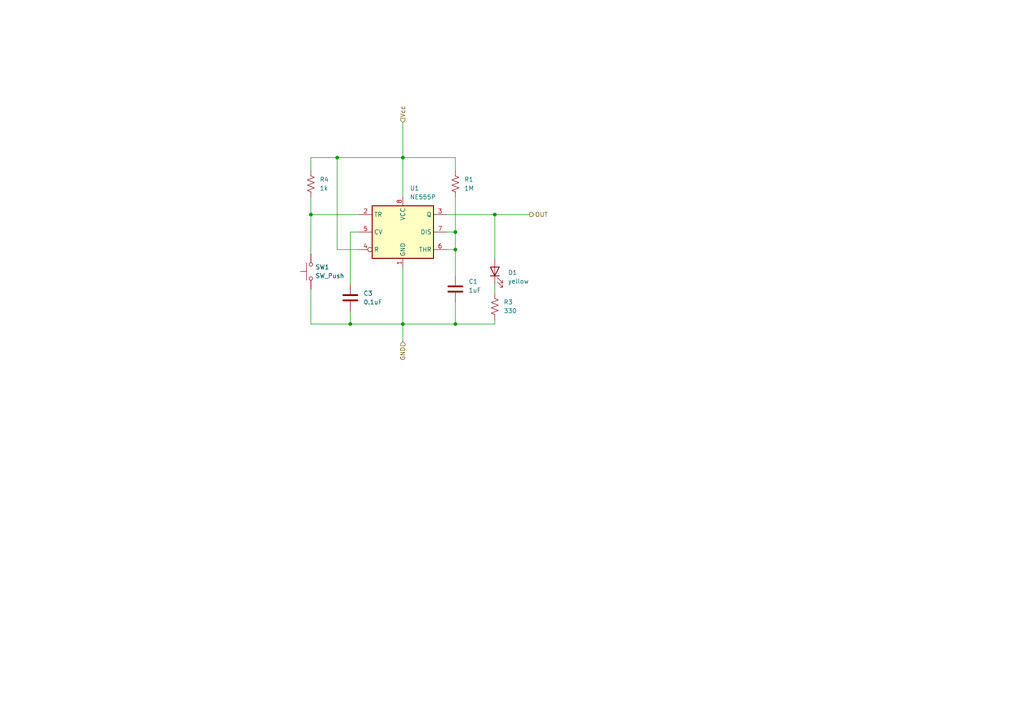
<source format=kicad_sch>
(kicad_sch (version 20230121) (generator eeschema)
  (paper "A4")
  (title_block (title "Manual clock pulse generation") (date "2023-01-29"))
  (lib_symbols
    (symbol "Device:C" (pin_numbers hide) (pin_names (offset 0.254))
      (property "Reference" "C" (at 0.635 2.54 0))
      (property "Value" "C" (at 0.635 -2.54 0))
      (symbol "C_0_1"
        (polyline (pts (xy -2.032 -0.762) (xy 2.032 -0.762)) (stroke (width 0.508)))
        (polyline (pts (xy -2.032 0.762) (xy 2.032 0.762)) (stroke (width 0.508)))
      )
      (symbol "C_1_1"
        (pin passive line (at 0 3.81 270) (length 2.794) (name "~") (number "1"))
        (pin passive line (at 0 -3.81 90) (length 2.794) (name "~") (number "2"))
      )
    )
    (symbol "Device:LED" (pin_numbers hide) (pin_names (offset 1.016) hide)
      (property "Reference" "D" (at 0 2.54 0))
      (property "Value" "LED" (at 0 -2.54 0))
      (symbol "LED_0_1"
        (polyline (pts (xy -1.27 -1.27) (xy -1.27 1.27)) (stroke (width 0.254)))
        (polyline (pts (xy -1.27 0) (xy 1.27 0)))
        (polyline (pts (xy 1.27 -1.27) (xy 1.27 1.27) (xy -1.27 0) (xy 1.27 -1.27)) (stroke (width 0.254)))
        (polyline (pts (xy -3.048 -0.762) (xy -4.572 -2.286) (xy -3.81 -2.286) (xy -4.572 -2.286) (xy -4.572 -1.524)))
        (polyline (pts (xy -1.778 -0.762) (xy -3.302 -2.286) (xy -2.54 -2.286) (xy -3.302 -2.286) (xy -3.302 -1.524)))
      )
      (symbol "LED_1_1"
        (pin passive line (at -3.81 0 0) (length 2.54) (name "K") (number "1"))
        (pin passive line (at 3.81 0 180) (length 2.54) (name "A") (number "2"))
      )
    )
    (symbol "Device:R_US" (pin_numbers hide) (pin_names (offset 0))
      (property "Reference" "R" (at 2.54 0 90))
      (property "Value" "R_US" (at -2.54 0 90))
      (symbol "R_US_0_1"
        (polyline (pts (xy 0 -2.286) (xy 0 -2.54)))
        (polyline (pts (xy 0 2.286) (xy 0 2.54)))
        (polyline (pts (xy 0 -0.762) (xy 1.016 -1.143) (xy 0 -1.524) (xy -1.016 -1.905) (xy 0 -2.286)))
        (polyline (pts (xy 0 0.762) (xy 1.016 0.381) (xy 0 0) (xy -1.016 -0.381) (xy 0 -0.762)))
        (polyline (pts (xy 0 2.286) (xy 1.016 1.905) (xy 0 1.524) (xy -1.016 1.143) (xy 0 0.762)))
      )
      (symbol "R_US_1_1"
        (pin passive line (at 0 3.81 270) (length 1.27) (name "~") (number "1"))
        (pin passive line (at 0 -3.81 90) (length 1.27) (name "~") (number "2"))
      )
    )
    (symbol "Switch:SW_Push" (pin_numbers hide) (pin_names (offset 1.016) hide)
      (property "Reference" "SW" (at 1.27 2.54 0))
      (property "Value" "SW_Push" (at 0 -1.524 0))
      (symbol "SW_Push_0_1"
        (circle (center -2.032 0) (radius 0.508))
        (polyline (pts (xy 0 1.27) (xy 0 3.048)))
        (polyline (pts (xy 2.54 1.27) (xy -2.54 1.27)))
        (circle (center 2.032 0) (radius 0.508))
        (pin passive line (at -5.08 0 0) (length 2.54) (name "1") (number "1"))
        (pin passive line (at 5.08 0 180) (length 2.54) (name "2") (number "2"))
      )
    )
    (symbol "Timer:NE555P"
      (property "Reference" "U" (at -10.16 8.89 0))
      (property "Value" "NE555P" (at 2.54 8.89 0))
      (symbol "NE555P_0_0"
        (pin power_in line (at 0 -10.16 90) (length 2.54) (name "GND") (number "1"))
        (pin power_in line (at 0 10.16 270) (length 2.54) (name "VCC") (number "8"))
      )
      (symbol "NE555P_0_1"
        (rectangle (start -8.89 -7.62) (end 8.89 7.62) (stroke (width 0.254)) (fill (type background)))
        (rectangle (start -8.89 -7.62) (end 8.89 7.62) (stroke (width 0.254)) (fill (type background)))
      )
      (symbol "NE555P_1_1"
        (pin input line (at -12.7 5.08 0) (length 3.81) (name "TR") (number "2"))
        (pin output line (at 12.7 5.08 180) (length 3.81) (name "Q") (number "3"))
        (pin input inverted (at -12.7 -5.08 0) (length 3.81) (name "R") (number "4"))
        (pin input line (at -12.7 0 0) (length 3.81) (name "CV") (number "5"))
        (pin input line (at 12.7 -5.08 180) (length 3.81) (name "THR") (number "6"))
        (pin input line (at 12.7 0 180) (length 3.81) (name "DIS") (number "7"))
      )
    )
  )
  (junction (at 132.08 72.39))
  (junction (at 116.84 93.98))
  (junction (at 90.17 62.23))
  (junction (at 101.6 93.98))
  (junction (at 132.08 67.31))
  (junction (at 132.08 93.98))
  (junction (at 116.84 45.72))
  (junction (at 97.79 45.72))
  (junction (at 143.51 62.23))
  (wire (pts (xy 104.14 72.39) (xy 97.79 72.39)))
  (wire (pts (xy 143.51 62.23) (xy 153.67 62.23)))
  (wire (pts (xy 143.51 82.55) (xy 143.51 85.09)))
  (wire (pts (xy 116.84 35.56) (xy 116.84 45.72)))
  (wire (pts (xy 101.6 90.17) (xy 101.6 93.98)))
  (wire (pts (xy 132.08 87.63) (xy 132.08 93.98)))
  (wire (pts (xy 116.84 93.98) (xy 116.84 99.06)))
  (wire (pts (xy 90.17 45.72) (xy 97.79 45.72)))
  (wire (pts (xy 97.79 45.72) (xy 116.84 45.72)))
  (wire (pts (xy 143.51 92.71) (xy 143.51 93.98)))
  (wire (pts (xy 116.84 45.72) (xy 132.08 45.72)))
  (wire (pts (xy 90.17 73.66) (xy 90.17 62.23)))
  (wire (pts (xy 132.08 93.98) (xy 143.51 93.98)))
  (wire (pts (xy 116.84 93.98) (xy 132.08 93.98)))
  (wire (pts (xy 90.17 45.72) (xy 90.17 49.53)))
  (wire (pts (xy 90.17 62.23) (xy 104.14 62.23)))
  (wire (pts (xy 132.08 72.39) (xy 132.08 80.01)))
  (wire (pts (xy 90.17 83.82) (xy 90.17 93.98)))
  (wire (pts (xy 101.6 67.31) (xy 101.6 82.55)))
  (wire (pts (xy 90.17 57.15) (xy 90.17 62.23)))
  (wire (pts (xy 132.08 72.39) (xy 129.54 72.39)))
  (wire (pts (xy 104.14 67.31) (xy 101.6 67.31)))
  (wire (pts (xy 132.08 67.31) (xy 132.08 72.39)))
  (wire (pts (xy 132.08 57.15) (xy 132.08 67.31)))
  (wire (pts (xy 97.79 72.39) (xy 97.79 45.72)))
  (wire (pts (xy 101.6 93.98) (xy 116.84 93.98)))
  (wire (pts (xy 143.51 62.23) (xy 143.51 74.93)))
  (wire (pts (xy 132.08 45.72) (xy 132.08 49.53)))
  (wire (pts (xy 116.84 77.47) (xy 116.84 93.98)))
  (wire (pts (xy 129.54 62.23) (xy 143.51 62.23)))
  (wire (pts (xy 90.17 93.98) (xy 101.6 93.98)))
  (wire (pts (xy 129.54 67.31) (xy 132.08 67.31)))
  (wire (pts (xy 116.84 45.72) (xy 116.84 57.15)))
  (hierarchical_label "OUT" (shape output) (at 153.67 62.23 0))
  (hierarchical_label "Vcc" (shape input) (at 116.84 35.56 90))
  (hierarchical_label "GND" (shape input) (at 116.84 99.06 270))
  (symbol (lib_id "Device:C") (at 132.08 83.82 0) (unit 1)
    (property "Reference" "C1" (at 135.89 81.6609 0) (effects (justify left)))
    (property "Value" "1uF" (at 135.89 84.2009 0) (effects (justify left)))
  )
  (symbol (lib_id "Timer:NE555P") (at 116.84 67.31 0) (unit 1)
    (property "Reference" "U1" (at 118.8594 54.61 0) (effects (justify left)))
    (property "Value" "NE555P" (at 118.8594 57.15 0) (effects (justify left)))
    (property "Footprint" "Package_DIP:DIP-8_W7.62mm" (effects hide))
    (property "Datasheet" "http://www.ti.com/lit/ds/symlink/ne555.pdf" (effects hide))
  )
  (symbol (lib_id "Device:LED") (at 143.51 78.74 90) (unit 1)
    (property "Reference" "D1" (at 147.32 79.0574 90) (effects (justify right)))
    (property "Value" "yellow" (at 147.32 81.5974 90) (effects (justify right)))
  )
  (symbol (lib_id "Device:R_US") (at 132.08 53.34 0) (unit 1)
    (property "Reference" "R1" (at 134.62 52.0699 0) (effects (justify left)))
    (property "Value" "1M" (at 134.62 54.6099 0) (effects (justify left)))
  )
  (symbol (lib_id "Switch:SW_Push") (at 90.17 78.74 90) (unit 1)
    (property "Reference" "SW1" (at 91.44 77.4699 90) (effects (justify right)))
    (property "Value" "SW_Push" (at 91.44 80.0099 90) (effects (justify right)))
  )
  (symbol (lib_id "Device:R_US") (at 90.17 53.34 0) (unit 1)
    (property "Reference" "R4" (at 92.71 52.0699 0) (effects (justify left)))
    (property "Value" "1k" (at 92.71 54.6099 0) (effects (justify left)))
  )
  (symbol (lib_id "Device:R_US") (at 143.51 88.9 0) (unit 1)
    (property "Reference" "R3" (at 146.05 87.6299 0) (effects (justify left)))
    (property "Value" "330" (at 146.05 90.1699 0) (effects (justify left)))
  )
  (symbol (lib_id "Device:C") (at 101.6 86.36 180) (unit 1)
    (property "Reference" "C3" (at 105.41 85.0899 0) (effects (justify right)))
    (property "Value" "0.1uF" (at 105.41 87.6299 0) (effects (justify right)))
  )
)
</source>
